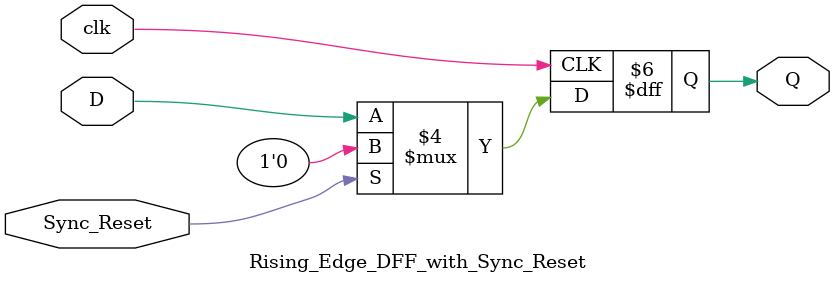
<source format=v>
module Rising_Edge_DFF_with_Sync_Reset(
	input D,
	input Sync_Reset,
	input clk,
	output reg Q
	);

	always @(posedge clk)
	begin
	
		if(Sync_Reset == 1'b1)
		
			Q <= 1'b0;
		
		else
			
			Q <= D;
	
	end

endmodule

</source>
